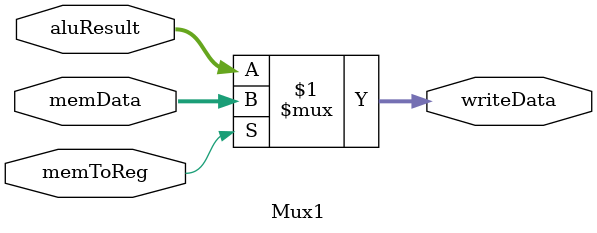
<source format=v>
module Mux1(
    input [31:0] aluResult,    // Entrada 0
    input [31:0] memData,      // Entrada 1
    input memToReg,            // Selector
    output [31:0] writeData    // Salida hacia Banco de Registros
);
    assign writeData = (memToReg) ? memData : aluResult;
endmodule
</source>
